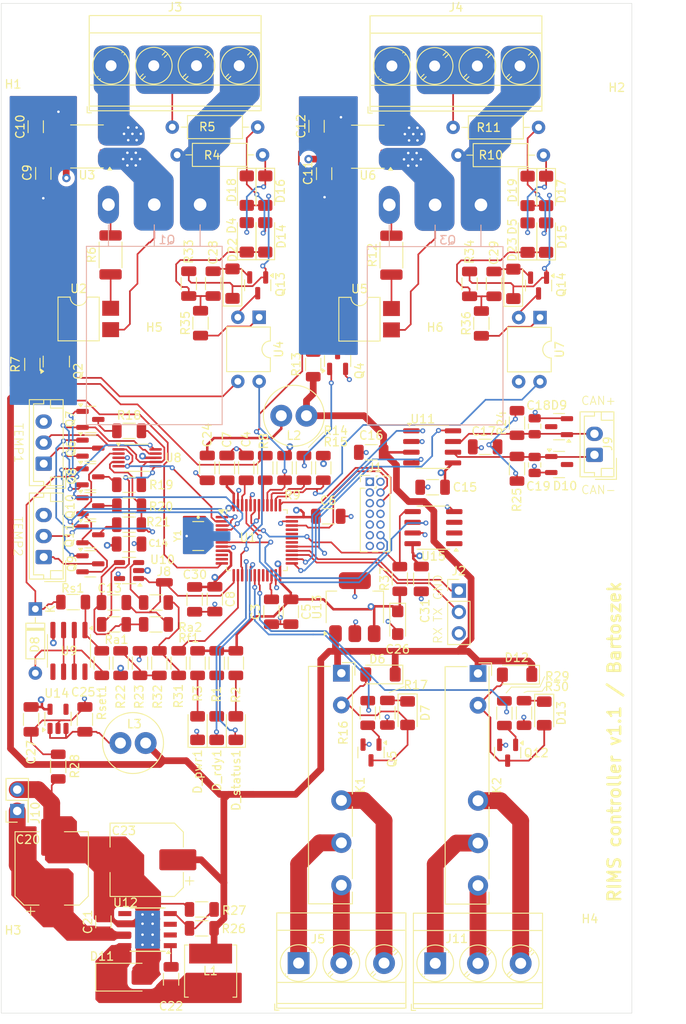
<source format=kicad_pcb>
(kicad_pcb
	(version 20240108)
	(generator "pcbnew")
	(generator_version "8.0")
	(general
		(thickness 1.6)
		(legacy_teardrops no)
	)
	(paper "A4")
	(layers
		(0 "F.Cu" signal)
		(1 "In1.Cu" signal)
		(2 "In2.Cu" signal)
		(31 "B.Cu" signal)
		(32 "B.Adhes" user "B.Adhesive")
		(33 "F.Adhes" user "F.Adhesive")
		(34 "B.Paste" user)
		(35 "F.Paste" user)
		(36 "B.SilkS" user "B.Silkscreen")
		(37 "F.SilkS" user "F.Silkscreen")
		(38 "B.Mask" user)
		(39 "F.Mask" user)
		(40 "Dwgs.User" user "User.Drawings")
		(41 "Cmts.User" user "User.Comments")
		(42 "Eco1.User" user "User.Eco1")
		(43 "Eco2.User" user "User.Eco2")
		(44 "Edge.Cuts" user)
		(45 "Margin" user)
		(46 "B.CrtYd" user "B.Courtyard")
		(47 "F.CrtYd" user "F.Courtyard")
		(48 "B.Fab" user)
		(49 "F.Fab" user)
		(50 "User.1" user)
		(51 "User.2" user)
		(52 "User.3" user)
		(53 "User.4" user)
		(54 "User.5" user)
		(55 "User.6" user)
		(56 "User.7" user)
		(57 "User.8" user)
		(58 "User.9" user)
	)
	(setup
		(stackup
			(layer "F.SilkS"
				(type "Top Silk Screen")
			)
			(layer "F.Paste"
				(type "Top Solder Paste")
			)
			(layer "F.Mask"
				(type "Top Solder Mask")
				(thickness 0.01)
			)
			(layer "F.Cu"
				(type "copper")
				(thickness 0.035)
			)
			(layer "dielectric 1"
				(type "prepreg")
				(thickness 0.1)
				(material "FR4")
				(epsilon_r 4.5)
				(loss_tangent 0.02)
			)
			(layer "In1.Cu"
				(type "copper")
				(thickness 0.035)
			)
			(layer "dielectric 2"
				(type "core")
				(thickness 1.24)
				(material "FR4")
				(epsilon_r 4.5)
				(loss_tangent 0.02)
			)
			(layer "In2.Cu"
				(type "copper")
				(thickness 0.035)
			)
			(layer "dielectric 3"
				(type "prepreg")
				(thickness 0.1)
				(material "FR4")
				(epsilon_r 4.5)
				(loss_tangent 0.02)
			)
			(layer "B.Cu"
				(type "copper")
				(thickness 0.035)
			)
			(layer "B.Mask"
				(type "Bottom Solder Mask")
				(thickness 0.01)
			)
			(layer "B.Paste"
				(type "Bottom Solder Paste")
			)
			(layer "B.SilkS"
				(type "Bottom Silk Screen")
			)
			(copper_finish "None")
			(dielectric_constraints no)
		)
		(pad_to_mask_clearance 0)
		(allow_soldermask_bridges_in_footprints no)
		(pcbplotparams
			(layerselection 0x00010fc_ffffffff)
			(plot_on_all_layers_selection 0x0000000_00000000)
			(disableapertmacros no)
			(usegerberextensions no)
			(usegerberattributes yes)
			(usegerberadvancedattributes yes)
			(creategerberjobfile yes)
			(dashed_line_dash_ratio 12.000000)
			(dashed_line_gap_ratio 3.000000)
			(svgprecision 4)
			(plotframeref no)
			(viasonmask no)
			(mode 1)
			(useauxorigin no)
			(hpglpennumber 1)
			(hpglpenspeed 20)
			(hpglpendiameter 15.000000)
			(pdf_front_fp_property_popups yes)
			(pdf_back_fp_property_popups yes)
			(dxfpolygonmode yes)
			(dxfimperialunits yes)
			(dxfusepcbnewfont yes)
			(psnegative no)
			(psa4output no)
			(plotreference yes)
			(plotvalue yes)
			(plotfptext yes)
			(plotinvisibletext no)
			(sketchpadsonfab no)
			(subtractmaskfromsilk no)
			(outputformat 1)
			(mirror no)
			(drillshape 0)
			(scaleselection 1)
			(outputdirectory "gerber/")
		)
	)
	(net 0 "")
	(net 1 "Net-(U1-PH0)")
	(net 2 "GND")
	(net 3 "+3.3V")
	(net 4 "/TEMP_ADC")
	(net 5 "/PowerOutout/Main_L_Detect")
	(net 6 "/PowerOutout/Main_N")
	(net 7 "/PowerOutout/Main_L")
	(net 8 "/PowerOutout1/Main_L")
	(net 9 "Net-(J5-Pin_2)")
	(net 10 "Net-(J5-Pin_1)")
	(net 11 "Net-(J6-Pin_1)")
	(net 12 "Net-(J6-Pin_2)")
	(net 13 "Net-(Q1-G)")
	(net 14 "Net-(Q2-B)")
	(net 15 "Net-(Q2-C)")
	(net 16 "Net-(Q3-G)")
	(net 17 "Net-(Q4-B)")
	(net 18 "Net-(Q4-C)")
	(net 19 "Net-(U6-VZCR)")
	(net 20 "Net-(R6-Pad1)")
	(net 21 "Net-(R7-Pad1)")
	(net 22 "+3.3VA")
	(net 23 "Net-(U1-PH1)")
	(net 24 "SWDIO")
	(net 25 "SWDCLK")
	(net 26 "NRST")
	(net 27 "/I2C1_SDA")
	(net 28 "Net-(D_pwr1-A)")
	(net 29 "Net-(Ra1-Pad1)")
	(net 30 "/CH1_ZCD")
	(net 31 "GNDA")
	(net 32 "/Power/FB")
	(net 33 "Net-(Rs1-Pad2)")
	(net 34 "/PowerOutout1/Main_L_Detect")
	(net 35 "/PowerOutout1/Main_N")
	(net 36 "/CH2_CURRENT_ADC")
	(net 37 "/CH1_CURRENT_ADC")
	(net 38 "/CH2_ZCD")
	(net 39 "/PowerOutout/Main_L_OUT")
	(net 40 "/PowerOutout1/Main_L_OUT")
	(net 41 "/USART1_RX_PB15")
	(net 42 "/I2C1_SCL")
	(net 43 "/CAN_TX")
	(net 44 "/USART1_TX_PB14")
	(net 45 "Net-(D6-A)")
	(net 46 "+5VA")
	(net 47 "/TEMP_CH_SEL")
	(net 48 "/POWER_LED")
	(net 49 "/STATUS_LED")
	(net 50 "Net-(C3-Pad1)")
	(net 51 "Net-(C4-Pad1)")
	(net 52 "Net-(U3-VZCR)")
	(net 53 "+5V")
	(net 54 "Net-(C17-Pad2)")
	(net 55 "Net-(J10-Pin_1)")
	(net 56 "Net-(U12-BOOT)")
	(net 57 "Net-(D11-K)")
	(net 58 "Net-(U14-EN)")
	(net 59 "Net-(D_rdy1-A)")
	(net 60 "Net-(D_status1-A)")
	(net 61 "Net-(D7-K)")
	(net 62 "Net-(D8-A)")
	(net 63 "Net-(D8-K)")
	(net 64 "unconnected-(D9-A-Pad3)")
	(net 65 "unconnected-(D10-A-Pad3)")
	(net 66 "Net-(D12-A)")
	(net 67 "Net-(D13-K)")
	(net 68 "unconnected-(J1-JRCLK{slash}NC-Pad9)")
	(net 69 "unconnected-(J1-VCP_TX-Pad14)")
	(net 70 "unconnected-(J1-VCP_RX-Pad13)")
	(net 71 "unconnected-(J1-NC-Pad1)")
	(net 72 "unconnected-(J1-JTDO{slash}SWO-Pad8)")
	(net 73 "unconnected-(J1-NC-Pad2)")
	(net 74 "unconnected-(J1-JTDI{slash}NC-Pad10)")
	(net 75 "Net-(J5-Pin_3)")
	(net 76 "Net-(J7-Pin_2)")
	(net 77 "Net-(J7-Pin_1)")
	(net 78 "Net-(J11-Pin_3)")
	(net 79 "Net-(J11-Pin_2)")
	(net 80 "Net-(J11-Pin_1)")
	(net 81 "Net-(Q5-B)")
	(net 82 "Net-(Q6-S)")
	(net 83 "/R_{pt}_EN")
	(net 84 "/R_{max}_EN")
	(net 85 "/R_{min}_EN")
	(net 86 "Net-(Q10-S)")
	(net 87 "Net-(Q12-B)")
	(net 88 "Net-(R12-Pad1)")
	(net 89 "Net-(R13-Pad1)")
	(net 90 "Net-(R22-Pad2)")
	(net 91 "/OP_OFFSET")
	(net 92 "unconnected-(U1-PB10-Pad21)")
	(net 93 "unconnected-(U1-PA11-Pad32)")
	(net 94 "unconnected-(U1-VBAT-Pad1)")
	(net 95 "unconnected-(U15-A0-Pad1)")
	(net 96 "Net-(Q7-D)")
	(net 97 "unconnected-(U1-PA10-Pad31)")
	(net 98 "unconnected-(U1-PA0-Pad10)")
	(net 99 "unconnected-(U1-PA12-Pad33)")
	(net 100 "unconnected-(U15-A1-Pad2)")
	(net 101 "/GPRelay_2_EN")
	(net 102 "unconnected-(U12-NC-Pad3)")
	(net 103 "unconnected-(U12-NC-Pad2)")
	(net 104 "unconnected-(U12-EN-Pad5)")
	(net 105 "unconnected-(U14-NC-Pad4)")
	(net 106 "Net-(U10--)")
	(net 107 "/CANBus/CAN+")
	(net 108 "/CANBus/CAN-")
	(net 109 "Net-(Q8-D)")
	(net 110 "Net-(Q10-D)")
	(net 111 "Net-(Q11-D)")
	(net 112 "unconnected-(U1-PA1-Pad11)")
	(net 113 "/CH1_EN")
	(net 114 "/CH2_EN")
	(net 115 "Net-(R31-Pad2)")
	(net 116 "Net-(U10-+)")
	(net 117 "Net-(D14-K)")
	(net 118 "Net-(D22-A)")
	(net 119 "Net-(D15-K)")
	(net 120 "Net-(D23-A)")
	(net 121 "Net-(D16-K)")
	(net 122 "Net-(D17-K)")
	(net 123 "Net-(D14-A)")
	(net 124 "Net-(D15-A)")
	(net 125 "Net-(D16-A)")
	(net 126 "Net-(D17-A)")
	(net 127 "Net-(Q13-C)")
	(net 128 "Net-(Q14-C)")
	(net 129 "Net-(R35-Pad2)")
	(net 130 "Net-(R36-Pad2)")
	(net 131 "unconnected-(U1-PA9-Pad30)")
	(net 132 "/GPRelay_1_EN")
	(net 133 "/CAN_RX")
	(net 134 "/CAN_STBY")
	(net 135 "unconnected-(U1-PB2-Pad20)")
	(net 136 "unconnected-(U15-A2-Pad3)")
	(footprint "Capacitor_SMD:C_1206_3216Metric" (layer "F.Cu") (at 121.8375 115.2 90))
	(footprint "Capacitor_SMD:C_1206_3216Metric" (layer "F.Cu") (at 129.4375 132.3 -90))
	(footprint "Package_DIP:DIP-4_W7.62mm" (layer "F.Cu") (at 125.675 97.3 -90))
	(footprint "Resistor_SMD:R_1206_3216Metric" (layer "F.Cu") (at 101.775 150.7 90))
	(footprint "Package_TO_SOT_SMD:SOT-23-5" (layer "F.Cu") (at 101.75 145.025 90))
	(footprint "Resistor_SMD:R_1206_3216Metric" (layer "F.Cu") (at 131 115.2 -90))
	(footprint "Inductor_THT:L_Radial_D7.0mm_P3.00mm" (layer "F.Cu") (at 131.3 109 180))
	(footprint "Package_TO_SOT_SMD:SOT-23" (layer "F.Cu") (at 158.9 93.53 -90))
	(footprint "MountingHole:MountingHole_4.3mm_M4" (layer "F.Cu") (at 100 65))
	(footprint "LED_SMD:LED_1206_3216Metric" (layer "F.Cu") (at 143.325 144.35 -90))
	(footprint "Capacitor_SMD:C_1206_3216Metric" (layer "F.Cu") (at 139 113.35 180))
	(footprint "MountingHole:MountingHole_4.3mm_M4" (layer "F.Cu") (at 165 175))
	(footprint "Capacitor_SMD:C_0805_2012Metric" (layer "F.Cu") (at 158.4375 114.85 -90))
	(footprint "Resistor_SMD:R_1206_3216Metric" (layer "F.Cu") (at 110.2125 119.7))
	(footprint "Resistor_THT:R_Axial_DIN0207_L6.3mm_D2.5mm_P10.16mm_Horizontal" (layer "F.Cu") (at 149.32 78.03))
	(footprint "Connector_JST:JST_EH_B3B-EH-A_1x03_P2.50mm_Vertical" (layer "F.Cu") (at 100.05 125.8 90))
	(footprint "Connector_JST:JST_EH_B3B-EH-A_1x03_P2.50mm_Vertical" (layer "F.Cu") (at 100.05 114.7 90))
	(footprint "Resistor_SMD:R_1206_3216Metric" (layer "F.Cu") (at 140.925 144.3 90))
	(footprint "Diode_SMD:D_SMA" (layer "F.Cu") (at 109.75 175.725))
	(footprint "Relay_THT:Relay_SPDT_Fujitsu_FTR-LYCA005x_FormC_Vertical" (layer "F.Cu") (at 135.45 139.6 -90))
	(footprint "Diode_SMD:D_MiniMELF" (layer "F.Cu") (at 124.2 87.8 90))
	(footprint "Capacitor_SMD:CP_Elec_8x10.5" (layer "F.Cu") (at 112.3 161.775 180))
	(footprint "Connector_PinHeader_2.54mm:PinHeader_1x03_P2.54mm_Vertical" (layer "F.Cu") (at 149.425 129.785))
	(footprint "LED_SMD:LED_1206_3216Metric" (layer "F.Cu") (at 122.9 146.125 90))
	(footprint "Capacitor_SMD:C_1206_3216Metric" (layer "F.Cu") (at 118 130.825 -90))
	(footprint "Capacitor_SMD:C_1206_3216Metric" (layer "F.Cu") (at 120.2 93.3 90))
	(footprint "Connector_JST:JST_EH_B2B-EH-A_1x02_P2.50mm_Vertical" (layer "F.Cu") (at 165.55 113.65 90))
	(footprint "Resistor_SMD:R_1206_3216Metric" (layer "F.Cu") (at 108.4 133.8))
	(footprint "Capacitor_SMD:C_1206_3216Metric" (layer "F.Cu") (at 100 80.2 -90))
	(footprint "Package_SO:SOIC-8_3.9x4.9mm_P1.27mm" (layer "F.Cu") (at 103.05 136.95 -90))
	(footprint "Capacitor_SMD:C_1206_3216Metric" (layer "F.Cu") (at 132.5 74.6 90))
	(footprint "Resistor_SMD:R_1206_3216Metric" (layer "F.Cu") (at 156.3375 115.3 90))
	(footprint "Capacitor_SMD:C_1206_3216Metric" (layer "F.Cu") (at 144.95 128.4 -90))
	(footprint "MountingHole:MountingHole_4.3mm_M4" (layer "F.Cu") (at 113.2 103.8))
	(footprint "Resistor_SMD:R_1206_3216Metric" (layer "F.Cu") (at 111.5 138.4 90))
	(footprint "TerminalBlock_Phoenix:TerminalBlock_Phoenix_MKDS-3-3-5.08_1x03_P5.08mm_Horizontal" (layer "F.Cu") (at 130.365 174.05))
	(footprint "TerminalBlock_Phoenix:TerminalBlock_Phoenix_MKDS-3-3-5.08_1x03_P5.08mm_Horizontal"
		(layer "F.Cu")
		(uuid "406a70bd-dce2-4fd4-ae16-3fee993102fa")
		(at 146.615 174.08)
		(descr "Terminal Block Phoenix MKDS-3-3-5.08, 3 pins, pitch 5.08mm, size 15.2x11.2mm^2, drill diamater 1.3mm, pad diameter 2.6mm, see http://www.farnell.com/datasheets/2138224.pdf, script-generated using https://github.com/pointhi/kicad-footprint-generator/scripts/TerminalBlock_Phoenix")
		(tags "THT Terminal Block Phoenix MKDS-3-3-5.08 pitch 5.08mm size 15.2x11.2mm^2 drill 1.3mm pad 2.6mm")
		(property "Reference" "J11"
			(at 2.56 -2.93 0)
			(layer "F.SilkS")
			(uuid "58968f4a-61d6-4b6d-b95d-3439b8e37543")
			(effects
				(font
					(size 1 1)
					(thickness 0.15)
				)
			)
		)
		(property "Value" "Conn_01x03_Pin"
			(at 5.08 6.36 0)
			(layer "F.Fab")
			(uuid "773b3302-11a8-4783-a3d8-f67767e17301")
			(effects
				(font
					(size 1 1)
					(thickness 0.15)
				)
			)
		)
		(property "Footprint" "TerminalBlock_Phoenix:TerminalBlock_Phoenix_MKDS-3-3-5.08_1x03_P5.08mm_Horizontal"
			(at 0 0 0)
			(unlocked yes)
			(layer "F.Fab")
			(hide yes)
			(uuid "d99dc57e-bfc4-49b3-848c-ac0e65ea31b9")
			(effects
				(font
					(size 1.27 1.27)
					(thickness 0.15)
				)
			)
		)
		(property "Datasheet" ""
			(at 0 0 0)
			(unlocked yes)
			(layer "F.Fab")
			(hide yes)
			(uuid "8a72c0aa-8d12-4327-8e40-0b97116af112")
			(effects
				(font
					(size 1.27 1.27)
					(thickness 0.15)
				)
			)
		)
		(property "Description" "Generic connector, single row, 01x03, script generated"
			(at 0 0 0)
			(unlocked yes)
			(layer "F.Fab")
			(hide yes)
			(uuid "d393b757-5168-4578-8cc2-6b7a80d1d04c")
			(effects
				(font
					(size 1.27 1.27)
					(thickness 0.15)
				)
			)
		)
		(property ki_fp_filters "Connector*:*_1x??_*")
		(path "/f05dbb78-5b14-4793-bf23-174bbbdb302d/bb532f0e-a405-4d67-9ab6-9f7ad0d267e3")
		(sheetname "GPRelay")
		(sheetfile "GPRelay.kicad_sch")
		(attr through_hole)
		(fp_line
			(start -2.84 4.86)
			(end -2.84 5.6)
			(stroke
				(width 0.12)
				(type solid)
			)
			(layer "F.SilkS")
			(uuid "e6e70390-da72-4f90-bfaf-e0e3415f7558")
		)
		(fp_line
			(start -2.84 5.6)
			(end -2.34 5.6)
			(stroke
				(width 0.12)
				(type solid)
			)
			(layer "F.SilkS")
			(uuid "5c7d6090-216f-47e6-8cc2-45b600202426")
		)
		(fp_line
			(start -2.6 -5.96)
			(end -2.6 5.36)
			(stroke
				(width 0.12)
				(type solid)
			)
			(layer "F.SilkS")
			(uuid "14f3215d-e76f-4af1-b7b4-2f9dd450997f")
		)
		(fp_line
			(start -2.6 -5.96)
			(end 12
... [1138551 chars truncated]
</source>
